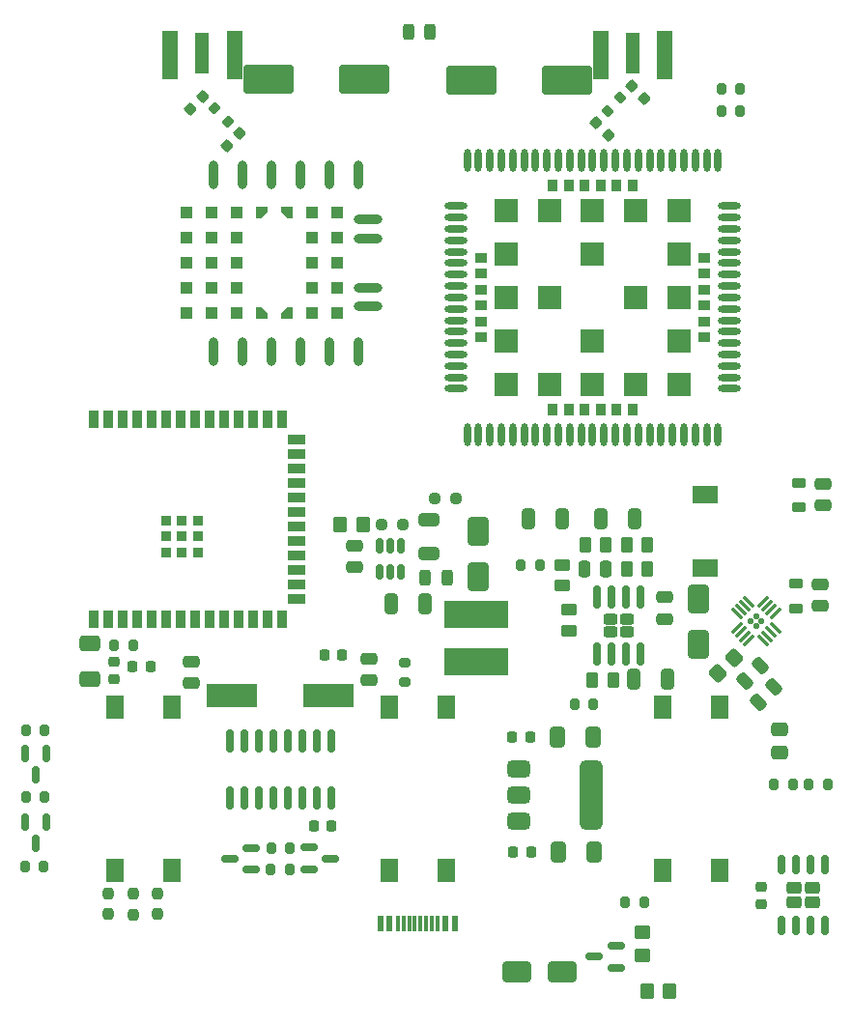
<source format=gbr>
G04 #@! TF.GenerationSoftware,KiCad,Pcbnew,9.0.2*
G04 #@! TF.CreationDate,2025-10-13T16:39:08+05:30*
G04 #@! TF.ProjectId,V12A_LH,56313241-5f4c-4482-9e6b-696361645f70,rev?*
G04 #@! TF.SameCoordinates,Original*
G04 #@! TF.FileFunction,Paste,Top*
G04 #@! TF.FilePolarity,Positive*
%FSLAX46Y46*%
G04 Gerber Fmt 4.6, Leading zero omitted, Abs format (unit mm)*
G04 Created by KiCad (PCBNEW 9.0.2) date 2025-10-13 16:39:08*
%MOMM*%
%LPD*%
G01*
G04 APERTURE LIST*
G04 Aperture macros list*
%AMRoundRect*
0 Rectangle with rounded corners*
0 $1 Rounding radius*
0 $2 $3 $4 $5 $6 $7 $8 $9 X,Y pos of 4 corners*
0 Add a 4 corners polygon primitive as box body*
4,1,4,$2,$3,$4,$5,$6,$7,$8,$9,$2,$3,0*
0 Add four circle primitives for the rounded corners*
1,1,$1+$1,$2,$3*
1,1,$1+$1,$4,$5*
1,1,$1+$1,$6,$7*
1,1,$1+$1,$8,$9*
0 Add four rect primitives between the rounded corners*
20,1,$1+$1,$2,$3,$4,$5,0*
20,1,$1+$1,$4,$5,$6,$7,0*
20,1,$1+$1,$6,$7,$8,$9,0*
20,1,$1+$1,$8,$9,$2,$3,0*%
%AMOutline5P*
0 Free polygon, 5 corners , with rotation*
0 The origin of the aperture is its center*
0 number of corners: always 5*
0 $1 to $10 corner X, Y*
0 $11 Rotation angle, in degrees counterclockwise*
0 create outline with 5 corners*
4,1,5,$1,$2,$3,$4,$5,$6,$7,$8,$9,$10,$1,$2,$11*%
%AMOutline6P*
0 Free polygon, 6 corners , with rotation*
0 The origin of the aperture is its center*
0 number of corners: always 6*
0 $1 to $12 corner X, Y*
0 $13 Rotation angle, in degrees counterclockwise*
0 create outline with 6 corners*
4,1,6,$1,$2,$3,$4,$5,$6,$7,$8,$9,$10,$11,$12,$1,$2,$13*%
%AMOutline7P*
0 Free polygon, 7 corners , with rotation*
0 The origin of the aperture is its center*
0 number of corners: always 7*
0 $1 to $14 corner X, Y*
0 $15 Rotation angle, in degrees counterclockwise*
0 create outline with 7 corners*
4,1,7,$1,$2,$3,$4,$5,$6,$7,$8,$9,$10,$11,$12,$13,$14,$1,$2,$15*%
%AMOutline8P*
0 Free polygon, 8 corners , with rotation*
0 The origin of the aperture is its center*
0 number of corners: always 8*
0 $1 to $16 corner X, Y*
0 $17 Rotation angle, in degrees counterclockwise*
0 create outline with 8 corners*
4,1,8,$1,$2,$3,$4,$5,$6,$7,$8,$9,$10,$11,$12,$13,$14,$15,$16,$1,$2,$17*%
G04 Aperture macros list end*
%ADD10R,1.500000X2.000000*%
%ADD11RoundRect,0.250000X-0.159099X0.512652X-0.512652X0.159099X0.159099X-0.512652X0.512652X-0.159099X0*%
%ADD12RoundRect,0.250000X-0.450000X0.262500X-0.450000X-0.262500X0.450000X-0.262500X0.450000X0.262500X0*%
%ADD13RoundRect,0.250000X-0.350000X-0.450000X0.350000X-0.450000X0.350000X0.450000X-0.350000X0.450000X0*%
%ADD14O,2.000000X0.600000*%
%ADD15O,0.600000X2.000000*%
%ADD16R,2.100000X2.100000*%
%ADD17R,1.100000X0.900000*%
%ADD18R,0.900000X1.100000*%
%ADD19RoundRect,0.250000X0.475000X-0.250000X0.475000X0.250000X-0.475000X0.250000X-0.475000X-0.250000X0*%
%ADD20RoundRect,0.218750X-0.381250X0.218750X-0.381250X-0.218750X0.381250X-0.218750X0.381250X0.218750X0*%
%ADD21RoundRect,0.200000X-0.275000X0.200000X-0.275000X-0.200000X0.275000X-0.200000X0.275000X0.200000X0*%
%ADD22RoundRect,0.237500X0.237500X-0.250000X0.237500X0.250000X-0.237500X0.250000X-0.237500X-0.250000X0*%
%ADD23RoundRect,0.200000X0.200000X0.275000X-0.200000X0.275000X-0.200000X-0.275000X0.200000X-0.275000X0*%
%ADD24RoundRect,0.250000X-0.262500X-0.450000X0.262500X-0.450000X0.262500X0.450000X-0.262500X0.450000X0*%
%ADD25RoundRect,0.225000X0.225000X0.250000X-0.225000X0.250000X-0.225000X-0.250000X0.225000X-0.250000X0*%
%ADD26RoundRect,0.150000X-0.150000X0.587500X-0.150000X-0.587500X0.150000X-0.587500X0.150000X0.587500X0*%
%ADD27O,0.800000X2.500000*%
%ADD28O,2.500000X0.800000*%
%ADD29R,1.000000X1.000000*%
%ADD30Outline5P,-0.500000X0.500000X0.500000X0.500000X0.500000X0.000000X0.000000X-0.500000X-0.500000X-0.500000X90.000000*%
%ADD31Outline5P,-0.500000X0.500000X0.500000X0.500000X0.500000X-0.500000X0.000000X-0.500000X-0.500000X0.000000X90.000000*%
%ADD32Outline5P,-0.500000X0.500000X0.000000X0.500000X0.500000X0.000000X0.500000X-0.500000X-0.500000X-0.500000X90.000000*%
%ADD33Outline5P,-0.500000X0.000000X0.000000X0.500000X0.500000X0.500000X0.500000X-0.500000X-0.500000X-0.500000X90.000000*%
%ADD34RoundRect,0.237500X0.250000X0.237500X-0.250000X0.237500X-0.250000X-0.237500X0.250000X-0.237500X0*%
%ADD35RoundRect,0.250000X-0.650000X1.000000X-0.650000X-1.000000X0.650000X-1.000000X0.650000X1.000000X0*%
%ADD36RoundRect,0.250000X1.950000X1.000000X-1.950000X1.000000X-1.950000X-1.000000X1.950000X-1.000000X0*%
%ADD37RoundRect,0.150000X0.587500X0.150000X-0.587500X0.150000X-0.587500X-0.150000X0.587500X-0.150000X0*%
%ADD38RoundRect,0.250000X0.250000X0.475000X-0.250000X0.475000X-0.250000X-0.475000X0.250000X-0.475000X0*%
%ADD39RoundRect,0.250000X0.420000X-0.275000X0.420000X0.275000X-0.420000X0.275000X-0.420000X-0.275000X0*%
%ADD40RoundRect,0.150000X0.150000X-0.662500X0.150000X0.662500X-0.150000X0.662500X-0.150000X-0.662500X0*%
%ADD41RoundRect,0.200000X-0.200000X-0.275000X0.200000X-0.275000X0.200000X0.275000X-0.200000X0.275000X0*%
%ADD42R,1.270000X3.600000*%
%ADD43R,1.350000X4.200000*%
%ADD44R,0.900000X1.500000*%
%ADD45R,1.500000X0.900000*%
%ADD46R,0.900000X0.900000*%
%ADD47RoundRect,0.225000X-0.250000X0.225000X-0.250000X-0.225000X0.250000X-0.225000X0.250000X0.225000X0*%
%ADD48RoundRect,0.200000X-0.335876X-0.053033X-0.053033X-0.335876X0.335876X0.053033X0.053033X0.335876X0*%
%ADD49RoundRect,0.240000X-0.385000X0.240000X-0.385000X-0.240000X0.385000X-0.240000X0.385000X0.240000X0*%
%ADD50RoundRect,0.150000X-0.150000X0.825000X-0.150000X-0.825000X0.150000X-0.825000X0.150000X0.825000X0*%
%ADD51RoundRect,0.250000X-0.650000X0.325000X-0.650000X-0.325000X0.650000X-0.325000X0.650000X0.325000X0*%
%ADD52RoundRect,0.250000X-0.412500X-0.650000X0.412500X-0.650000X0.412500X0.650000X-0.412500X0.650000X0*%
%ADD53RoundRect,0.225000X0.017678X-0.335876X0.335876X-0.017678X-0.017678X0.335876X-0.335876X0.017678X0*%
%ADD54RoundRect,0.250000X0.070711X-0.565685X0.565685X-0.070711X-0.070711X0.565685X-0.565685X0.070711X0*%
%ADD55RoundRect,0.250000X-1.950000X-1.000000X1.950000X-1.000000X1.950000X1.000000X-1.950000X1.000000X0*%
%ADD56RoundRect,0.218750X0.381250X-0.218750X0.381250X0.218750X-0.381250X0.218750X-0.381250X-0.218750X0*%
%ADD57R,5.700000X2.400000*%
%ADD58RoundRect,0.250000X-0.325000X-0.650000X0.325000X-0.650000X0.325000X0.650000X-0.325000X0.650000X0*%
%ADD59RoundRect,0.250000X-0.475000X0.250000X-0.475000X-0.250000X0.475000X-0.250000X0.475000X0.250000X0*%
%ADD60RoundRect,0.243750X-0.243750X-0.456250X0.243750X-0.456250X0.243750X0.456250X-0.243750X0.456250X0*%
%ADD61RoundRect,0.225000X0.335876X0.017678X0.017678X0.335876X-0.335876X-0.017678X-0.017678X-0.335876X0*%
%ADD62RoundRect,0.200000X-0.053033X0.335876X-0.335876X0.053033X0.053033X-0.335876X0.335876X-0.053033X0*%
%ADD63RoundRect,0.250000X-0.450000X0.350000X-0.450000X-0.350000X0.450000X-0.350000X0.450000X0.350000X0*%
%ADD64RoundRect,0.125000X0.000000X-0.176777X0.176777X0.000000X0.000000X0.176777X-0.176777X0.000000X0*%
%ADD65RoundRect,0.062500X-0.355321X-0.443710X0.443710X0.355321X0.355321X0.443710X-0.443710X-0.355321X0*%
%ADD66RoundRect,0.062500X0.355321X-0.443710X0.443710X-0.355321X-0.355321X0.443710X-0.443710X0.355321X0*%
%ADD67RoundRect,0.250000X-0.475000X0.337500X-0.475000X-0.337500X0.475000X-0.337500X0.475000X0.337500X0*%
%ADD68RoundRect,0.250000X0.159099X-0.512652X0.512652X-0.159099X-0.159099X0.512652X-0.512652X0.159099X0*%
%ADD69RoundRect,0.250000X0.262500X0.450000X-0.262500X0.450000X-0.262500X-0.450000X0.262500X-0.450000X0*%
%ADD70RoundRect,0.150000X-0.587500X-0.150000X0.587500X-0.150000X0.587500X0.150000X-0.587500X0.150000X0*%
%ADD71RoundRect,0.150000X-0.150000X0.512500X-0.150000X-0.512500X0.150000X-0.512500X0.150000X0.512500X0*%
%ADD72R,0.600000X1.450000*%
%ADD73R,0.300000X1.450000*%
%ADD74RoundRect,0.250000X0.450000X-0.262500X0.450000X0.262500X-0.450000X0.262500X-0.450000X-0.262500X0*%
%ADD75RoundRect,0.250000X0.325000X0.650000X-0.325000X0.650000X-0.325000X-0.650000X0.325000X-0.650000X0*%
%ADD76RoundRect,0.250000X1.000000X0.650000X-1.000000X0.650000X-1.000000X-0.650000X1.000000X-0.650000X0*%
%ADD77R,4.500000X2.000000*%
%ADD78R,2.200000X1.500000*%
%ADD79RoundRect,0.250000X-0.650000X0.412500X-0.650000X-0.412500X0.650000X-0.412500X0.650000X0.412500X0*%
%ADD80RoundRect,0.375000X-0.625000X-0.375000X0.625000X-0.375000X0.625000X0.375000X-0.625000X0.375000X0*%
%ADD81RoundRect,0.500000X-0.500000X-2.550000X0.500000X-2.550000X0.500000X2.550000X-0.500000X2.550000X0*%
%ADD82RoundRect,0.237500X-0.250000X-0.237500X0.250000X-0.237500X0.250000X0.237500X-0.250000X0.237500X0*%
G04 APERTURE END LIST*
D10*
G04 #@! TO.C,SW3*
X64750000Y27450000D03*
X59750000Y27450000D03*
X64750000Y13150000D03*
X59750000Y13150000D03*
G04 #@! TD*
D11*
G04 #@! TO.C,C43*
X68286551Y31075551D03*
X66943049Y29732049D03*
G04 #@! TD*
D12*
G04 #@! TO.C,R53*
X50893400Y39877200D03*
X50893400Y38052200D03*
G04 #@! TD*
D13*
G04 #@! TO.C,R31*
X58334400Y2489200D03*
X60334400Y2489200D03*
G04 #@! TD*
D14*
G04 #@! TO.C,IC1*
X41578600Y71327600D03*
X41578600Y70327600D03*
X41578600Y69327600D03*
X41578600Y68327600D03*
X41578600Y67327600D03*
X41578600Y66327600D03*
X41578600Y65327600D03*
X41578600Y64327600D03*
X41578600Y63327600D03*
X41578600Y62327600D03*
X41578600Y61327600D03*
X41578600Y60327600D03*
X41578600Y59327600D03*
X41578600Y58327600D03*
X41578600Y57327600D03*
X41578600Y56327600D03*
X41578600Y55327600D03*
D15*
X45578600Y51327600D03*
X46578600Y51327600D03*
X47578600Y51327600D03*
X48578600Y51327600D03*
X49578600Y51327600D03*
X50578600Y51327600D03*
X51578600Y51327600D03*
X52578600Y51327600D03*
X53578600Y51327600D03*
X54578600Y51327600D03*
X55578600Y51327600D03*
X56578600Y51327600D03*
X57578600Y51327600D03*
X58578600Y51327600D03*
X59578600Y51327600D03*
X60578600Y51327600D03*
X61578600Y51327600D03*
D14*
X65578600Y55327600D03*
X65578600Y56327600D03*
X65578600Y57327600D03*
X65578600Y58327600D03*
X65578600Y59327600D03*
X65578600Y60327600D03*
X65578600Y61327600D03*
X65578600Y62327600D03*
X65578600Y63327600D03*
X65578600Y64327600D03*
X65578600Y65327600D03*
X65578600Y66327600D03*
X65578600Y67327600D03*
X65578600Y68327600D03*
X65578600Y69327600D03*
X65578600Y70327600D03*
X65578600Y71327600D03*
D15*
X61578600Y75327600D03*
X60578600Y75327600D03*
X59578600Y75327600D03*
X58578600Y75327600D03*
X57578600Y75327600D03*
X56578600Y75327600D03*
X55578600Y75327600D03*
X54578600Y75327600D03*
X53578600Y75327600D03*
X52578600Y75327600D03*
X51578600Y75327600D03*
X50578600Y75327600D03*
X49578600Y75327600D03*
X48578600Y75327600D03*
X47578600Y75327600D03*
X46578600Y75327600D03*
X45578600Y75327600D03*
D16*
X45978600Y70927600D03*
X45978600Y67127600D03*
X45978600Y63327600D03*
X45978600Y59527600D03*
X45978600Y55727600D03*
X49778600Y55727600D03*
X53578600Y55727600D03*
X57378600Y55727600D03*
X61178600Y55727600D03*
X61178600Y59527600D03*
X61178600Y63327600D03*
X61178600Y67127600D03*
X61178600Y70927600D03*
X57378600Y70927600D03*
X53578600Y70927600D03*
X49778600Y70927600D03*
X49778600Y63327600D03*
X53578600Y59527600D03*
X57378600Y63327600D03*
X53578600Y67127600D03*
D15*
X42578600Y51327600D03*
X43578600Y51327600D03*
X44578600Y51327600D03*
X62578600Y51327600D03*
X63578600Y51327600D03*
X64578600Y51327600D03*
X64578600Y75327600D03*
X63578600Y75327600D03*
X62578600Y75327600D03*
X44578600Y75327600D03*
X43578600Y75327600D03*
X42578600Y75327600D03*
D17*
X43778600Y66827600D03*
X43778600Y65427600D03*
X43778600Y64027600D03*
X43778600Y62627600D03*
X43778600Y61227600D03*
X43778600Y59827600D03*
D18*
X50078600Y53527600D03*
X51478600Y53527600D03*
X52878600Y53527600D03*
X54278600Y53527600D03*
X55678600Y53527600D03*
X57078600Y53527600D03*
D17*
X63378600Y59827600D03*
X63378600Y61227600D03*
X63378600Y62627600D03*
X63378600Y64027600D03*
X63378600Y65427600D03*
X63378600Y66827600D03*
D18*
X57078600Y73127600D03*
X55678600Y73127600D03*
X54278600Y73127600D03*
X52878600Y73127600D03*
X51478600Y73127600D03*
X50078600Y73127600D03*
G04 #@! TD*
D19*
G04 #@! TO.C,C39*
X59859600Y35156600D03*
X59859600Y37056600D03*
G04 #@! TD*
D20*
G04 #@! TO.C,FB2*
X71374000Y38222700D03*
X71374000Y36097700D03*
G04 #@! TD*
D21*
G04 #@! TO.C,R33*
X37109400Y31305000D03*
X37109400Y29655000D03*
G04 #@! TD*
D22*
G04 #@! TO.C,R44*
X13309600Y9222100D03*
X13309600Y11047100D03*
G04 #@! TD*
D23*
G04 #@! TO.C,R21*
X71144400Y20688800D03*
X69494400Y20688800D03*
G04 #@! TD*
D24*
G04 #@! TO.C,R51*
X52912000Y41630600D03*
X54737000Y41630600D03*
G04 #@! TD*
D25*
G04 #@! TO.C,C17*
X48095200Y24815800D03*
X46545200Y24815800D03*
G04 #@! TD*
D26*
G04 #@! TO.C,Q10*
X5715000Y17348200D03*
X3815000Y17348200D03*
X4765000Y15473200D03*
G04 #@! TD*
D27*
G04 #@! TO.C,U6*
X20325000Y58590000D03*
X22865000Y58590000D03*
X25405000Y58590000D03*
X27945000Y58590000D03*
X30485000Y58590000D03*
X33025000Y58590000D03*
X33025000Y74090000D03*
X30485000Y74090000D03*
X27945000Y74090000D03*
X25405000Y74090000D03*
X22865000Y74090000D03*
X20325000Y74090000D03*
D28*
X33925000Y62530000D03*
X33925000Y64170000D03*
X33925000Y68510000D03*
X33925000Y70150000D03*
D29*
X17975000Y61940000D03*
X17975000Y64140000D03*
X17975000Y66340000D03*
X17975000Y68540000D03*
X17975000Y70740000D03*
X20175000Y61940000D03*
X20175000Y64140000D03*
X20175000Y66340000D03*
X20175000Y68540000D03*
X20175000Y70740000D03*
X22375000Y61940000D03*
X22375000Y64140000D03*
X22375000Y66340000D03*
X22375000Y68540000D03*
X22375000Y70740000D03*
D30*
X24575000Y61940000D03*
D31*
X24575000Y70740000D03*
D32*
X26775000Y61940000D03*
D33*
X26775000Y70740000D03*
D29*
X28975000Y61940000D03*
X28975000Y64140000D03*
X28975000Y66340000D03*
X28975000Y68540000D03*
X28975000Y70740000D03*
X31175000Y61940000D03*
X31175000Y64140000D03*
X31175000Y66340000D03*
X31175000Y68540000D03*
X31175000Y70740000D03*
G04 #@! TD*
D34*
G04 #@! TO.C,R36*
X36927800Y43434000D03*
X35102800Y43434000D03*
G04 #@! TD*
D35*
G04 #@! TO.C,D9*
X43586400Y42817800D03*
X43586400Y38817800D03*
G04 #@! TD*
D36*
G04 #@! TO.C,C46*
X33553400Y82423000D03*
X25153400Y82423000D03*
G04 #@! TD*
D37*
G04 #@! TO.C,Q6*
X55623700Y4587200D03*
X55623700Y6487200D03*
X53748700Y5537200D03*
G04 #@! TD*
D38*
G04 #@! TO.C,C38*
X54751000Y39522400D03*
X52851000Y39522400D03*
G04 #@! TD*
D39*
G04 #@! TO.C,U1*
X71275800Y10328600D03*
X72875800Y10328600D03*
X71275800Y11588600D03*
X72875800Y11588600D03*
D40*
X70170800Y8321099D03*
X71440800Y8321100D03*
X72710800Y8321100D03*
X73980800Y8321099D03*
X73980800Y13596101D03*
X72710800Y13596100D03*
X71440800Y13596100D03*
X70170800Y13596101D03*
G04 #@! TD*
D41*
G04 #@! TO.C,R11*
X64875000Y81575000D03*
X66525000Y81575000D03*
G04 #@! TD*
G04 #@! TO.C,R35*
X25387800Y13157200D03*
X27037800Y13157200D03*
G04 #@! TD*
D42*
G04 #@! TO.C,J8*
X19375000Y84775000D03*
D43*
X22200000Y84575000D03*
X16550000Y84575000D03*
G04 #@! TD*
D19*
G04 #@! TO.C,C28*
X32731400Y39697800D03*
X32731400Y41597800D03*
G04 #@! TD*
D44*
G04 #@! TO.C,U5*
X9870000Y35150000D03*
X11140000Y35150000D03*
X12410000Y35150000D03*
X13680000Y35150000D03*
X14950000Y35150000D03*
X16220000Y35150000D03*
X17490000Y35150000D03*
X18760000Y35150000D03*
X20030000Y35150000D03*
X21300000Y35150000D03*
X22570000Y35150000D03*
X23840000Y35150000D03*
X25110000Y35150000D03*
X26380000Y35150000D03*
D45*
X27630000Y36915000D03*
X27630000Y38185000D03*
X27630000Y39455000D03*
X27630000Y40725000D03*
X27630000Y41995000D03*
X27630000Y43265000D03*
X27630000Y44535000D03*
X27630000Y45805000D03*
X27630000Y47075000D03*
X27630000Y48345000D03*
X27630000Y49615000D03*
X27630000Y50885000D03*
D44*
X26380000Y52650000D03*
X25110000Y52650000D03*
X23840000Y52650000D03*
X22570000Y52650000D03*
X21300000Y52650000D03*
X20030000Y52650000D03*
X18760000Y52650000D03*
X17490000Y52650000D03*
X16220000Y52650000D03*
X14950000Y52650000D03*
X13680000Y52650000D03*
X12410000Y52650000D03*
X11140000Y52650000D03*
X9870000Y52650000D03*
D46*
X17590000Y42400000D03*
X17590000Y41000000D03*
X17590000Y43800000D03*
X18990000Y41000000D03*
X18990000Y42400000D03*
X18990000Y43800000D03*
X16190000Y41000000D03*
X16190000Y42400000D03*
X16190000Y43800000D03*
G04 #@! TD*
D47*
G04 #@! TO.C,C15*
X68351400Y11671600D03*
X68351400Y10121600D03*
G04 #@! TD*
D48*
G04 #@! TO.C,R46*
X20473237Y79882163D03*
X21639963Y78715437D03*
G04 #@! TD*
D23*
G04 #@! TO.C,R59*
X5550000Y19508200D03*
X3900000Y19508200D03*
G04 #@! TD*
D49*
G04 #@! TO.C,U7*
X56621800Y35153600D03*
X55121800Y35153600D03*
X56621800Y34013600D03*
X55121800Y34013600D03*
D50*
X57776800Y37058600D03*
X56506800Y37058600D03*
X55236800Y37058600D03*
X53966800Y37058600D03*
X53966800Y32108600D03*
X55236800Y32108600D03*
X56506800Y32108600D03*
X57776800Y32108600D03*
G04 #@! TD*
D51*
G04 #@! TO.C,C29*
X39266400Y43847800D03*
X39266400Y40897800D03*
G04 #@! TD*
D22*
G04 #@! TO.C,R43*
X11125200Y9272900D03*
X11125200Y11097900D03*
G04 #@! TD*
D52*
G04 #@! TO.C,C18*
X50532900Y24815800D03*
X53657900Y24815800D03*
G04 #@! TD*
D13*
G04 #@! TO.C,R37*
X33448900Y43392800D03*
X31448900Y43392800D03*
G04 #@! TD*
D53*
G04 #@! TO.C,C33*
X18349592Y79868392D03*
X19445608Y80964408D03*
G04 #@! TD*
D54*
G04 #@! TO.C,R57*
X64570893Y30357093D03*
X65985107Y31771307D03*
G04 #@! TD*
D55*
G04 #@! TO.C,C34*
X42933400Y82372200D03*
X51333400Y82372200D03*
G04 #@! TD*
D25*
G04 #@! TO.C,C26*
X31636000Y31953200D03*
X30086000Y31953200D03*
G04 #@! TD*
D41*
G04 #@! TO.C,R56*
X47291800Y39873600D03*
X48941800Y39873600D03*
G04 #@! TD*
D19*
G04 #@! TO.C,C25*
X18415000Y29514800D03*
X18415000Y31414800D03*
G04 #@! TD*
D23*
G04 #@! TO.C,R34*
X27057800Y15072200D03*
X25407800Y15072200D03*
G04 #@! TD*
D56*
G04 #@! TO.C,FB3*
X71653400Y44962300D03*
X71653400Y47087300D03*
G04 #@! TD*
D57*
G04 #@! TO.C,L1*
X43391400Y31367800D03*
X43391400Y35567800D03*
G04 #@! TD*
D58*
G04 #@! TO.C,C32*
X57198999Y29895800D03*
X60149001Y29895800D03*
G04 #@! TD*
D59*
G04 #@! TO.C,C45*
X73736200Y47000200D03*
X73736200Y45100200D03*
G04 #@! TD*
D58*
G04 #@! TO.C,C27*
X35901400Y36452800D03*
X38851400Y36452800D03*
G04 #@! TD*
D60*
G04 #@! TO.C,D10*
X38928900Y38807800D03*
X40803900Y38807800D03*
G04 #@! TD*
D24*
G04 #@! TO.C,R48*
X56569600Y41605200D03*
X58394600Y41605200D03*
G04 #@! TD*
D37*
G04 #@! TO.C,Q7*
X23684600Y13192600D03*
X23684600Y15092600D03*
X21809600Y14142600D03*
G04 #@! TD*
D19*
G04 #@! TO.C,C44*
X73507600Y36286400D03*
X73507600Y38186400D03*
G04 #@! TD*
D23*
G04 #@! TO.C,R60*
X5470000Y13468200D03*
X3820000Y13468200D03*
G04 #@! TD*
D22*
G04 #@! TO.C,R42*
X15468600Y9272900D03*
X15468600Y11097900D03*
G04 #@! TD*
D41*
G04 #@! TO.C,R45*
X51981600Y27660600D03*
X53631600Y27660600D03*
G04 #@! TD*
D61*
G04 #@! TO.C,C48*
X58129808Y80782792D03*
X57033792Y81878808D03*
G04 #@! TD*
D62*
G04 #@! TO.C,R52*
X56031563Y80847363D03*
X54864837Y79680637D03*
G04 #@! TD*
D58*
G04 #@! TO.C,C40*
X54328800Y43967400D03*
X57278800Y43967400D03*
G04 #@! TD*
D52*
G04 #@! TO.C,C13*
X50609100Y14706600D03*
X53734100Y14706600D03*
G04 #@! TD*
D10*
G04 #@! TO.C,SW1*
X16750000Y27450000D03*
X11750000Y27450000D03*
X16750000Y13150000D03*
X11750000Y13150000D03*
G04 #@! TD*
D63*
G04 #@! TO.C,R30*
X57962800Y7670800D03*
X57962800Y5670800D03*
G04 #@! TD*
D64*
G04 #@! TO.C,U8*
X67459831Y34977903D03*
X67898237Y34539497D03*
X67898237Y35416309D03*
X68336643Y34977903D03*
D65*
X66200474Y34340800D03*
X66551199Y33990075D03*
X66907580Y33633693D03*
X67261134Y33280140D03*
D66*
X68535340Y33280140D03*
X68888894Y33633693D03*
X69242447Y33987246D03*
X69596000Y34340800D03*
D65*
X69596000Y35615006D03*
X69242447Y35968560D03*
X68886065Y36324941D03*
X68535340Y36675666D03*
D66*
X67261134Y36675666D03*
X66907580Y36322113D03*
X66551199Y35965731D03*
X66200474Y35615006D03*
G04 #@! TD*
D26*
G04 #@! TO.C,Q9*
X5715000Y23383200D03*
X3815000Y23383200D03*
X4765000Y21508200D03*
G04 #@! TD*
D67*
G04 #@! TO.C,C16*
X69926200Y25497700D03*
X69926200Y23422700D03*
G04 #@! TD*
D50*
G04 #@! TO.C,U3*
X30649000Y24446000D03*
X29379000Y24446000D03*
X28109000Y24446000D03*
X26839000Y24446000D03*
X25569000Y24446000D03*
X24299000Y24446000D03*
X23029000Y24446000D03*
X21759000Y24446000D03*
X21759000Y19496000D03*
X23029000Y19496000D03*
X24299000Y19496000D03*
X25569000Y19496000D03*
X26839000Y19496000D03*
X28109000Y19496000D03*
X29379000Y19496000D03*
X30649000Y19496000D03*
G04 #@! TD*
D68*
G04 #@! TO.C,C42*
X68086049Y27827049D03*
X69429551Y29170551D03*
G04 #@! TD*
D23*
G04 #@! TO.C,R3*
X58102000Y10312400D03*
X56452000Y10312400D03*
G04 #@! TD*
D69*
G04 #@! TO.C,R49*
X55375800Y29794200D03*
X53550800Y29794200D03*
G04 #@! TD*
D23*
G04 #@! TO.C,R20*
X74192400Y20675600D03*
X72542400Y20675600D03*
G04 #@! TD*
D70*
G04 #@! TO.C,Q8*
X28739200Y15118000D03*
X28739200Y13218000D03*
X30614200Y14168000D03*
G04 #@! TD*
D35*
G04 #@! TO.C,D12*
X62814200Y36925000D03*
X62814200Y32925000D03*
G04 #@! TD*
D41*
G04 #@! TO.C,R32*
X11646400Y32842200D03*
X13296400Y32842200D03*
G04 #@! TD*
D10*
G04 #@! TO.C,SW2*
X40725000Y27450000D03*
X35725000Y27450000D03*
X40725000Y13150000D03*
X35725000Y13150000D03*
G04 #@! TD*
D23*
G04 #@! TO.C,R12*
X66525000Y79625000D03*
X64875000Y79625000D03*
G04 #@! TD*
D53*
G04 #@! TO.C,C31*
X21549992Y76642592D03*
X22646008Y77738608D03*
G04 #@! TD*
D71*
G04 #@! TO.C,U4*
X36811400Y41547800D03*
X35861400Y41547800D03*
X34911400Y41547800D03*
X34911400Y39272800D03*
X35861400Y39272800D03*
X36811400Y39272800D03*
G04 #@! TD*
D25*
G04 #@! TO.C,C14*
X48171400Y14706600D03*
X46621400Y14706600D03*
G04 #@! TD*
D42*
G04 #@! TO.C,J3*
X57100000Y84775000D03*
D43*
X59925000Y84575000D03*
X54275000Y84575000D03*
G04 #@! TD*
D72*
G04 #@! TO.C,J5*
X35000000Y8415000D03*
X35800000Y8415000D03*
D73*
X37000000Y8415000D03*
X38000000Y8415000D03*
X38500000Y8415000D03*
X39500000Y8415000D03*
D72*
X40700000Y8415000D03*
X41500000Y8415000D03*
X41500000Y8415000D03*
X40700000Y8415000D03*
D73*
X40000000Y8415000D03*
X39000000Y8415000D03*
X37500000Y8415000D03*
X36500000Y8415000D03*
D72*
X35800000Y8415000D03*
X35000000Y8415000D03*
G04 #@! TD*
D74*
G04 #@! TO.C,R54*
X51536600Y34114100D03*
X51536600Y35939100D03*
G04 #@! TD*
D60*
G04 #@! TO.C,D7*
X37416500Y86563200D03*
X39291500Y86563200D03*
G04 #@! TD*
D41*
G04 #@! TO.C,R58*
X3900000Y25418200D03*
X5550000Y25418200D03*
G04 #@! TD*
D75*
G04 #@! TO.C,C41*
X50903400Y43942000D03*
X47953400Y43942000D03*
G04 #@! TD*
D25*
G04 #@! TO.C,C23*
X14821200Y30962600D03*
X13271200Y30962600D03*
G04 #@! TD*
D76*
G04 #@! TO.C,D8*
X50895000Y4216400D03*
X46895000Y4216400D03*
G04 #@! TD*
D77*
G04 #@! TO.C,Y1*
X21962800Y28473400D03*
X30462800Y28473400D03*
G04 #@! TD*
D78*
G04 #@! TO.C,L2*
X63427600Y39650200D03*
X63427600Y46050200D03*
G04 #@! TD*
D59*
G04 #@! TO.C,C21*
X34010600Y31684000D03*
X34010600Y29784000D03*
G04 #@! TD*
D79*
G04 #@! TO.C,C24*
X9474200Y33007700D03*
X9474200Y29882700D03*
G04 #@! TD*
D80*
G04 #@! TO.C,U2*
X47116600Y22010400D03*
X47116600Y19710400D03*
D81*
X53416600Y19710400D03*
D80*
X47116600Y17410400D03*
G04 #@! TD*
D69*
G04 #@! TO.C,R47*
X58394600Y39497000D03*
X56569600Y39497000D03*
G04 #@! TD*
D82*
G04 #@! TO.C,R40*
X39754800Y45745400D03*
X41579800Y45745400D03*
G04 #@! TD*
D47*
G04 #@! TO.C,C20*
X11633200Y31407400D03*
X11633200Y29857400D03*
G04 #@! TD*
D25*
G04 #@! TO.C,C22*
X30721600Y17018000D03*
X29171600Y17018000D03*
G04 #@! TD*
D61*
G04 #@! TO.C,C47*
X54940200Y77546200D03*
X53844184Y78642216D03*
G04 #@! TD*
M02*

</source>
